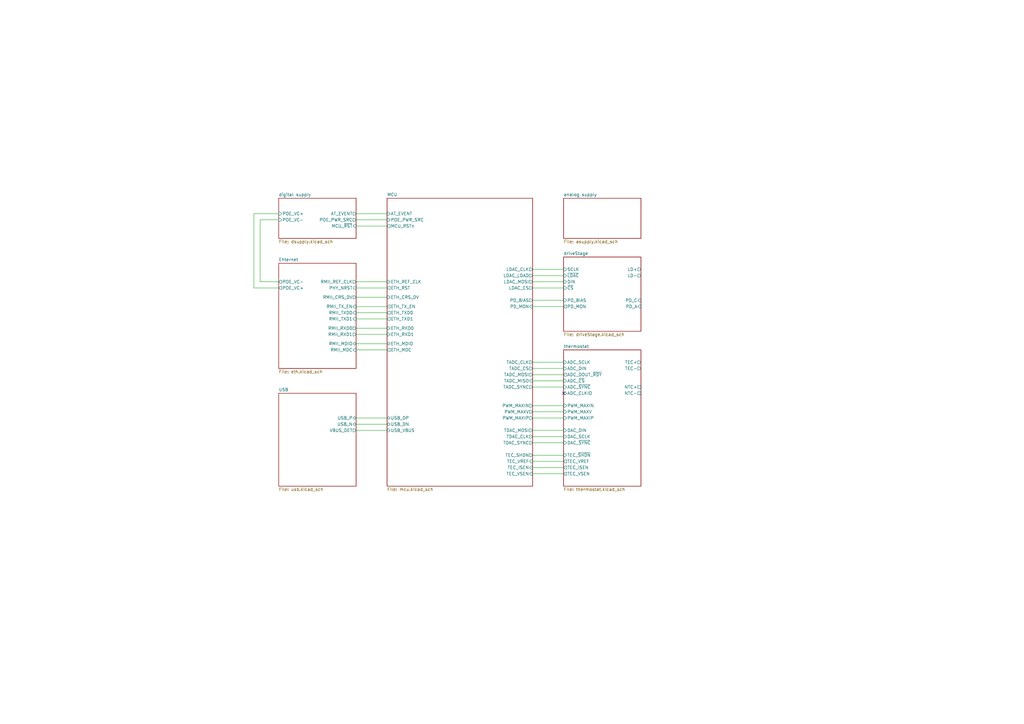
<source format=kicad_sch>
(kicad_sch (version 20211123) (generator eeschema)
  (paper "A3")
  (title_block (title "Kirdy") (date "2022-07-03") (rev "r0.1") (company "M-Labs") (comment 1 "Alex Wong Tat Hang"))
  (lib_symbols)
  (no_connect (at 231.14 161.29))
  (wire (pts (xy 146.05 176.53) (xy 158.75 176.53)))
  (wire (pts (xy 218.44 168.91) (xy 231.14 168.91)))
  (wire (pts (xy 218.44 176.53) (xy 231.14 176.53)))
  (wire (pts (xy 146.05 125.73) (xy 158.75 125.73)))
  (wire (pts (xy 218.44 148.59) (xy 231.14 148.59)))
  (wire (pts (xy 146.05 173.99) (xy 158.75 173.99)))
  (wire (pts (xy 218.44 158.75) (xy 231.14 158.75)))
  (wire (pts (xy 146.05 115.57) (xy 158.75 115.57)))
  (wire (pts (xy 218.44 171.45) (xy 231.14 171.45)))
  (wire (pts (xy 146.05 140.97) (xy 158.75 140.97)))
  (wire (pts (xy 218.44 194.31) (xy 231.14 194.31)))
  (wire (pts (xy 218.44 151.13) (xy 231.14 151.13)))
  (wire (pts (xy 104.14 118.11) (xy 104.14 87.63)))
  (wire (pts (xy 218.44 166.37) (xy 231.14 166.37)))
  (wire (pts (xy 218.44 189.23) (xy 231.14 189.23)))
  (wire (pts (xy 218.44 179.07) (xy 231.14 179.07)))
  (wire (pts (xy 146.05 121.92) (xy 158.75 121.92)))
  (wire (pts (xy 146.05 171.45) (xy 158.75 171.45)))
  (wire (pts (xy 146.05 87.63) (xy 158.75 87.63)))
  (wire (pts (xy 146.05 90.17) (xy 158.75 90.17)))
  (wire (pts (xy 106.68 115.57) (xy 106.68 90.17)))
  (wire (pts (xy 146.05 130.81) (xy 158.75 130.81)))
  (wire (pts (xy 218.44 113.03) (xy 231.14 113.03)))
  (wire (pts (xy 106.68 90.17) (xy 114.3 90.17)))
  (wire (pts (xy 146.05 118.11) (xy 158.75 118.11)))
  (wire (pts (xy 146.05 128.27) (xy 158.75 128.27)))
  (wire (pts (xy 114.3 118.11) (xy 104.14 118.11)))
  (wire (pts (xy 146.05 134.62) (xy 158.75 134.62)))
  (wire (pts (xy 218.44 115.57) (xy 231.14 115.57)))
  (wire (pts (xy 218.44 153.67) (xy 231.14 153.67)))
  (wire (pts (xy 218.44 125.73) (xy 231.14 125.73)))
  (wire (pts (xy 218.44 186.69) (xy 231.14 186.69)))
  (wire (pts (xy 218.44 123.19) (xy 231.14 123.19)))
  (wire (pts (xy 218.44 181.61) (xy 231.14 181.61)))
  (wire (pts (xy 218.44 156.21) (xy 231.14 156.21)))
  (wire (pts (xy 218.44 118.11) (xy 231.14 118.11)))
  (wire (pts (xy 104.14 87.63) (xy 114.3 87.63)))
  (wire (pts (xy 114.3 115.57) (xy 106.68 115.57)))
  (wire (pts (xy 146.05 143.51) (xy 158.75 143.51)))
  (wire (pts (xy 218.44 191.77) (xy 231.14 191.77)))
  (wire (pts (xy 146.05 92.71) (xy 158.75 92.71)))
  (wire (pts (xy 218.44 110.49) (xy 231.14 110.49)))
  (wire (pts (xy 146.05 137.16) (xy 158.75 137.16)))
  (sheet (at 114.3 107.95) (size 31.75 43.18) (stroke (width 0.1524))
    (property "Sheet name" "Ehternet" (at 114.3 107.2384 0) (effects (justify left bottom)))
    (property "Sheet file" "eth.kicad_sch" (at 114.3 151.7146 0) (effects (justify left top)))
    (pin "RMII_MDIO" bidirectional (at 146.05 140.97 0))
    (pin "PHY_NRST" input (at 146.05 118.11 0))
    (pin "RMII_MDC" input (at 146.05 143.51 0))
    (pin "RMII_CRS_DV" output (at 146.05 121.92 0))
    (pin "RMII_TX_EN" input (at 146.05 125.73 0))
    (pin "RMII_TXD0" input (at 146.05 128.27 0))
    (pin "RMII_TXD1" input (at 146.05 130.81 0))
    (pin "RMII_RXD0" output (at 146.05 134.62 0))
    (pin "RMII_RXD1" output (at 146.05 137.16 0))
    (pin "POE_VC-" output (at 114.3 115.57 180))
    (pin "POE_VC+" output (at 114.3 118.11 180))
    (pin "RMII_REF_CLK" output (at 146.05 115.57 0))
  )
  (sheet (at 114.3 161.29) (size 31.75 38.1) (stroke (width 0.1524))
    (property "Sheet name" "USB" (at 114.3 160.5784 0) (effects (justify left bottom)))
    (property "Sheet file" "usb.kicad_sch" (at 114.3 199.9746 0) (effects (justify left top)))
    (pin "USB_N" bidirectional (at 146.05 173.99 0))
    (pin "USB_P" bidirectional (at 146.05 171.45 0))
    (pin "VBUS_DET" output (at 146.05 176.53 0))
  )
  (sheet (at 231.14 105.41) (size 31.75 30.48) (stroke (width 0.1524))
    (property "Sheet name" "driveStage" (at 231.14 104.6984 0) (effects (justify left bottom)))
    (property "Sheet file" "driveStage.kicad_sch" (at 231.14 136.4746 0) (effects (justify left top)))
    (pin "LD-" output (at 262.89 113.03 0))
    (pin "LD+" output (at 262.89 110.49 0))
    (pin "SCLK" input (at 231.14 110.49 180))
    (pin "DIN" input (at 231.14 115.57 180))
    (pin "~{LDAC}" input (at 231.14 113.03 180))
    (pin "~{CS}" input (at 231.14 118.11 180))
    (pin "PD_A" input (at 262.89 125.73 0))
    (pin "PD_C" input (at 262.89 123.19 0))
    (pin "PD_BIAS" input (at 231.14 123.19 180))
    (pin "PD_MON" output (at 231.14 125.73 180))
  )
  (sheet (at 114.3 81.28) (size 31.75 16.51) (stroke (width 0.1524))
    (property "Sheet name" "digital supply" (at 114.3 80.5684 0) (effects (justify left bottom)))
    (property "Sheet file" "dsupply.kicad_sch" (at 114.3 98.3746 0) (effects (justify left top)))
    (pin "POE_VC-" input (at 114.3 90.17 180))
    (pin "MCU_~{RST}" input (at 146.05 92.71 0))
    (pin "POE_VC+" input (at 114.3 87.63 180))
    (pin "POE_PWR_SRC" output (at 146.05 90.17 0))
    (pin "AT_EVENT" output (at 146.05 87.63 0))
  )
  (sheet (at 231.14 143.51) (size 31.75 55.88) (stroke (width 0.1524))
    (property "Sheet name" "thermostat" (at 231.14 142.7984 0) (effects (justify left bottom)))
    (property "Sheet file" "thermostat.kicad_sch" (at 231.14 199.9746 0) (effects (justify left top)))
    (pin "TEC-" output (at 262.89 151.13 0))
    (pin "TEC+" output (at 262.89 148.59 0))
    (pin "NTC-" passive (at 262.89 161.29 0))
    (pin "NTC+" passive (at 262.89 158.75 0))
    (pin "DAC_~{SYNC}" input (at 231.14 181.61 180))
    (pin "DAC_SCLK" input (at 231.14 179.07 180))
    (pin "DAC_DIN" input (at 231.14 176.53 180))
    (pin "PWM_MAXV" input (at 231.14 168.91 180))
    (pin "ADC_SCLK" input (at 231.14 148.59 180))
    (pin "ADC_DIN" input (at 231.14 151.13 180))
    (pin "ADC_DOUT_~{RDY}" output (at 231.14 153.67 180))
    (pin "ADC_~{CS}" input (at 231.14 156.21 180))
    (pin "ADC_~{SYNC}" input (at 231.14 158.75 180))
    (pin "ADC_CLKIO" bidirectional (at 231.14 161.29 180))
    (pin "PWM_MAXIN" input (at 231.14 166.37 180))
    (pin "PWM_MAXIP" input (at 231.14 171.45 180))
    (pin "TEC_~{SHDN}" input (at 231.14 186.69 180))
    (pin "TEC_ISEN" output (at 231.14 191.77 180))
    (pin "TEC_VREF" output (at 231.14 189.23 180))
    (pin "TEC_VSEN" output (at 231.14 194.31 180))
  )
  (sheet (at 231.14 81.28) (size 31.75 16.51) (stroke (width 0.1524))
    (property "Sheet name" "analog supply" (at 231.14 80.5684 0) (effects (justify left bottom)))
    (property "Sheet file" "asupply.kicad_sch" (at 231.14 98.3746 0) (effects (justify left top)))
  )
  (sheet (at 158.75 81.28) (size 59.69 118.11) (stroke (width 0.1524))
    (property "Sheet name" "MCU" (at 158.75 80.5684 0) (effects (justify left bottom)))
    (property "Sheet file" "mcu.kicad_sch" (at 158.75 199.9746 0) (effects (justify left top)))
    (pin "ETH_RST" output (at 158.75 118.11 180))
    (pin "ETH_MDIO" bidirectional (at 158.75 140.97 180))
    (pin "PD_MON" input (at 218.44 125.73 0))
    (pin "PD_BIAS" output (at 218.44 123.19 0))
    (pin "TEC_SHDN" output (at 218.44 186.69 0))
    (pin "TEC_VREF" input (at 218.44 189.23 0))
    (pin "ETH_CRS_DV" input (at 158.75 121.92 180))
    (pin "USB_VBUS" input (at 158.75 176.53 180))
    (pin "TEC_ISEN" input (at 218.44 191.77 0))
    (pin "TEC_VSEN" input (at 218.44 194.31 0))
    (pin "USB_DP" bidirectional (at 158.75 171.45 180))
    (pin "USB_DN" bidirectional (at 158.75 173.99 180))
    (pin "TADC_CS" output (at 218.44 151.13 0))
    (pin "LDAC_CLK" output (at 218.44 110.49 0))
    (pin "ETH_TX_EN" output (at 158.75 125.73 180))
    (pin "ETH_TXD0" output (at 158.75 128.27 180))
    (pin "ETH_TXD1" output (at 158.75 130.81 180))
    (pin "LDAC_LOAD" output (at 218.44 113.03 0))
    (pin "AT_EVENT" input (at 158.75 87.63 180))
    (pin "POE_PWR_SRC" input (at 158.75 90.17 180))
    (pin "ETH_RXD0" input (at 158.75 134.62 180))
    (pin "ETH_RXD1" input (at 158.75 137.16 180))
    (pin "LDAC_MOSI" output (at 218.44 115.57 0))
    (pin "TADC_MOSI" output (at 218.44 153.67 0))
    (pin "TADC_MISO" input (at 218.44 156.21 0))
    (pin "PWM_MAXIP" output (at 218.44 171.45 0))
    (pin "ETH_MDC" output (at 158.75 143.51 180))
    (pin "LDAC_CS" output (at 218.44 118.11 0))
    (pin "TADC_SYNC" output (at 218.44 158.75 0))
    (pin "TDAC_CLK" output (at 218.44 179.07 0))
    (pin "TDAC_SYNC" output (at 218.44 181.61 0))
    (pin "TDAC_MOSI" output (at 218.44 176.53 0))
    (pin "PWM_MAXIN" output (at 218.44 166.37 0))
    (pin "PWM_MAXV" output (at 218.44 168.91 0))
    (pin "TADC_CLK" output (at 218.44 148.59 0))
    (pin "ETH_REF_CLK" input (at 158.75 115.57 180))
    (pin "MCU_RSTn" output (at 158.75 92.71 180))
  )
)
</source>
